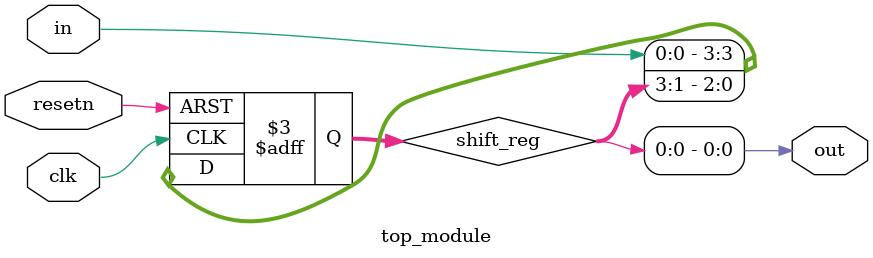
<source format=sv>
module top_module (
    input clk,
    input resetn,
    input in,
    output out
);
   
   reg [3:0] shift_reg;

   always@(posedge clk or negedge resetn) begin
      if(!resetn)
         shift_reg <= 4'b0000;
      else
         shift_reg <= {in, shift_reg[3:1]};
   end
   
   assign out = shift_reg[0];
   
endmodule

</source>
